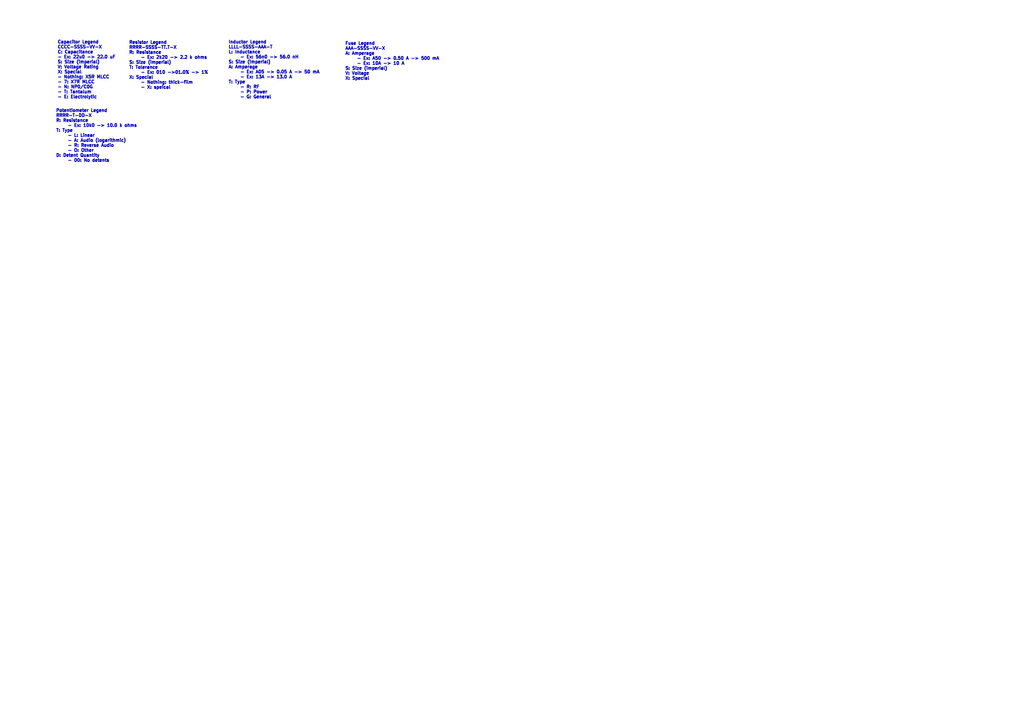
<source format=kicad_sch>
(kicad_sch (version 20230121) (generator eeschema)
  (paper "A3")
  (title_block (title "Legend") (date "2023-08-07") (rev "1") (company "Beep Boop"))
  (lib_symbols)
  (text "Capacitor Legend\nCCCC-SSSS-VV-X\nC: Capacitance\n- Ex: 22u0 -> 22.0 uF\nS: Size (imperial)\nV: Voltage Rating\nX: Special\n- Nothing: X5R MLCC\n- 7: X7R MLCC\n- N: NP0/C0G\n- T: Tantalum\n- E: Electrolytic" (at 23.495 40.64 0) (effects (font (size 1.27 1.27) (thickness 0.381) bold) (justify left bottom)))
  (text "Fuse Legend\nAAA-SSSS-VV-X\nA: Amperage\n	- Ex: A50 -> 0.50 A -> 500 mA\n	- Ex: 10A -> 10 A\nS: Size (imperial)\nV: Voltage\nX: Special\n" (at 141.478 33.02 0) (effects (font (size 1.27 1.27) (thickness 0.381) bold) (justify left bottom)))
  (text "Potentiometer Legend\nRRRR-T-DD-X\nR: Resistance\n	- Ex: 10k0 -> 10.0 k ohms\nT: Type\n	- L: Linear\n	- A: Audio (logarithmic)\n	- R: Reverse Audio\n	- O: Other\nD: Detent Quantity\n	- 00: No detents\n" (at 22.86 66.675 0) (effects (font (size 1.27 1.27) (thickness 0.381) bold) (justify left bottom)))
  (text "Resistor Legend\nRRRR-SSSS-TT.T-X\nR: Resistance\n	- Ex: 2k20 -> 2.2 k ohms\nS: Size (imperial)\nT: Tolerance\n	- Ex: 010 ->01.0% -> 1%\nX: Special\n	- Nothing: thick-film\n	- X: speical" (at 52.832 36.703 0) (effects (font (size 1.27 1.27) (thickness 0.381) bold) (justify left bottom)))
  (text "Inductor Legend\nLLLL-SSSS-AAA-T\nL: Inductance\n	- Ex: 56n0 -> 56.0 nH\nS: Size (imperial)\nA: Amperage\n	- Ex: A05 -> 0.05 A -> 50 mA\n	- Ex: 13A -> 13.0 A\nT: Type\n	- R: RF\n	- P: Power\n	- G: General" (at 93.599 40.64 0) (effects (font (size 1.27 1.27) (thickness 0.381) bold) (justify left bottom)))
)
</source>
